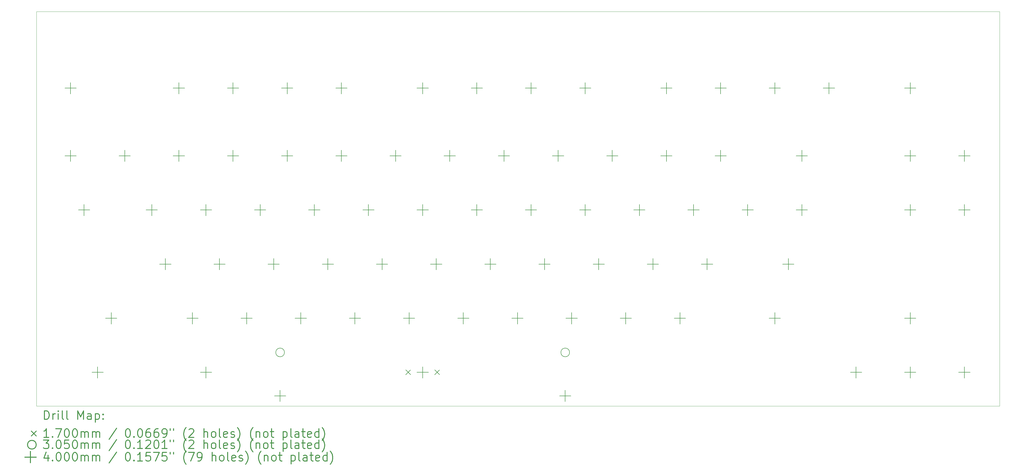
<source format=gbr>
%FSLAX45Y45*%
G04 Gerber Fmt 4.5, Leading zero omitted, Abs format (unit mm)*
G04 Created by KiCad (PCBNEW (5.1.12)-1) date 2022-05-13 18:30:53*
%MOMM*%
%LPD*%
G01*
G04 APERTURE LIST*
%TA.AperFunction,Profile*%
%ADD10C,0.100000*%
%TD*%
%ADD11C,0.200000*%
%ADD12C,0.300000*%
G04 APERTURE END LIST*
D10*
X35433000Y-635000D02*
X35433000Y-14478000D01*
X1651000Y-635000D02*
X35433000Y-635000D01*
X1651000Y-14478000D02*
X1651000Y-635000D01*
X35433000Y-14478000D02*
X1651000Y-14478000D01*
D11*
X14607000Y-13215000D02*
X14777000Y-13385000D01*
X14777000Y-13215000D02*
X14607000Y-13385000D01*
X15623000Y-13215000D02*
X15793000Y-13385000D01*
X15793000Y-13215000D02*
X15623000Y-13385000D01*
X10352500Y-12600000D02*
G75*
G03*
X10352500Y-12600000I-152500J0D01*
G01*
X20352500Y-12600000D02*
G75*
G03*
X20352500Y-12600000I-152500J0D01*
G01*
X2850000Y-3125000D02*
X2850000Y-3525000D01*
X2650000Y-3325000D02*
X3050000Y-3325000D01*
X2850000Y-5500000D02*
X2850000Y-5900000D01*
X2650000Y-5700000D02*
X3050000Y-5700000D01*
X3325000Y-7400000D02*
X3325000Y-7800000D01*
X3125000Y-7600000D02*
X3525000Y-7600000D01*
X3800000Y-13100000D02*
X3800000Y-13500000D01*
X3600000Y-13300000D02*
X4000000Y-13300000D01*
X4275000Y-11200000D02*
X4275000Y-11600000D01*
X4075000Y-11400000D02*
X4475000Y-11400000D01*
X4750000Y-5500000D02*
X4750000Y-5900000D01*
X4550000Y-5700000D02*
X4950000Y-5700000D01*
X5700000Y-7400000D02*
X5700000Y-7800000D01*
X5500000Y-7600000D02*
X5900000Y-7600000D01*
X6175000Y-9300000D02*
X6175000Y-9700000D01*
X5975000Y-9500000D02*
X6375000Y-9500000D01*
X6650000Y-3125000D02*
X6650000Y-3525000D01*
X6450000Y-3325000D02*
X6850000Y-3325000D01*
X6650000Y-5500000D02*
X6650000Y-5900000D01*
X6450000Y-5700000D02*
X6850000Y-5700000D01*
X7125000Y-11200000D02*
X7125000Y-11600000D01*
X6925000Y-11400000D02*
X7325000Y-11400000D01*
X7600000Y-7400000D02*
X7600000Y-7800000D01*
X7400000Y-7600000D02*
X7800000Y-7600000D01*
X7600000Y-13100000D02*
X7600000Y-13500000D01*
X7400000Y-13300000D02*
X7800000Y-13300000D01*
X8075000Y-9300000D02*
X8075000Y-9700000D01*
X7875000Y-9500000D02*
X8275000Y-9500000D01*
X8550000Y-3125000D02*
X8550000Y-3525000D01*
X8350000Y-3325000D02*
X8750000Y-3325000D01*
X8550000Y-5500000D02*
X8550000Y-5900000D01*
X8350000Y-5700000D02*
X8750000Y-5700000D01*
X9025000Y-11200000D02*
X9025000Y-11600000D01*
X8825000Y-11400000D02*
X9225000Y-11400000D01*
X9500000Y-7400000D02*
X9500000Y-7800000D01*
X9300000Y-7600000D02*
X9700000Y-7600000D01*
X9975000Y-9300000D02*
X9975000Y-9700000D01*
X9775000Y-9500000D02*
X10175000Y-9500000D01*
X10200000Y-13924000D02*
X10200000Y-14324000D01*
X10000000Y-14124000D02*
X10400000Y-14124000D01*
X10450000Y-3125000D02*
X10450000Y-3525000D01*
X10250000Y-3325000D02*
X10650000Y-3325000D01*
X10450000Y-5500000D02*
X10450000Y-5900000D01*
X10250000Y-5700000D02*
X10650000Y-5700000D01*
X10925000Y-11200000D02*
X10925000Y-11600000D01*
X10725000Y-11400000D02*
X11125000Y-11400000D01*
X11400000Y-7400000D02*
X11400000Y-7800000D01*
X11200000Y-7600000D02*
X11600000Y-7600000D01*
X11875000Y-9300000D02*
X11875000Y-9700000D01*
X11675000Y-9500000D02*
X12075000Y-9500000D01*
X12350000Y-3125000D02*
X12350000Y-3525000D01*
X12150000Y-3325000D02*
X12550000Y-3325000D01*
X12350000Y-5500000D02*
X12350000Y-5900000D01*
X12150000Y-5700000D02*
X12550000Y-5700000D01*
X12825000Y-11200000D02*
X12825000Y-11600000D01*
X12625000Y-11400000D02*
X13025000Y-11400000D01*
X13300000Y-7400000D02*
X13300000Y-7800000D01*
X13100000Y-7600000D02*
X13500000Y-7600000D01*
X13775000Y-9300000D02*
X13775000Y-9700000D01*
X13575000Y-9500000D02*
X13975000Y-9500000D01*
X14250000Y-5500000D02*
X14250000Y-5900000D01*
X14050000Y-5700000D02*
X14450000Y-5700000D01*
X14725000Y-11200000D02*
X14725000Y-11600000D01*
X14525000Y-11400000D02*
X14925000Y-11400000D01*
X15200000Y-3125000D02*
X15200000Y-3525000D01*
X15000000Y-3325000D02*
X15400000Y-3325000D01*
X15200000Y-7400000D02*
X15200000Y-7800000D01*
X15000000Y-7600000D02*
X15400000Y-7600000D01*
X15200000Y-13100000D02*
X15200000Y-13500000D01*
X15000000Y-13300000D02*
X15400000Y-13300000D01*
X15675000Y-9300000D02*
X15675000Y-9700000D01*
X15475000Y-9500000D02*
X15875000Y-9500000D01*
X16150000Y-5500000D02*
X16150000Y-5900000D01*
X15950000Y-5700000D02*
X16350000Y-5700000D01*
X16625000Y-11200000D02*
X16625000Y-11600000D01*
X16425000Y-11400000D02*
X16825000Y-11400000D01*
X17100000Y-3125000D02*
X17100000Y-3525000D01*
X16900000Y-3325000D02*
X17300000Y-3325000D01*
X17100000Y-7400000D02*
X17100000Y-7800000D01*
X16900000Y-7600000D02*
X17300000Y-7600000D01*
X17575000Y-9300000D02*
X17575000Y-9700000D01*
X17375000Y-9500000D02*
X17775000Y-9500000D01*
X18050000Y-5500000D02*
X18050000Y-5900000D01*
X17850000Y-5700000D02*
X18250000Y-5700000D01*
X18525000Y-11200000D02*
X18525000Y-11600000D01*
X18325000Y-11400000D02*
X18725000Y-11400000D01*
X19000000Y-3125000D02*
X19000000Y-3525000D01*
X18800000Y-3325000D02*
X19200000Y-3325000D01*
X19000000Y-7400000D02*
X19000000Y-7800000D01*
X18800000Y-7600000D02*
X19200000Y-7600000D01*
X19475000Y-9300000D02*
X19475000Y-9700000D01*
X19275000Y-9500000D02*
X19675000Y-9500000D01*
X19950000Y-5500000D02*
X19950000Y-5900000D01*
X19750000Y-5700000D02*
X20150000Y-5700000D01*
X20200000Y-13924000D02*
X20200000Y-14324000D01*
X20000000Y-14124000D02*
X20400000Y-14124000D01*
X20425000Y-11200000D02*
X20425000Y-11600000D01*
X20225000Y-11400000D02*
X20625000Y-11400000D01*
X20900000Y-3125000D02*
X20900000Y-3525000D01*
X20700000Y-3325000D02*
X21100000Y-3325000D01*
X20900000Y-7400000D02*
X20900000Y-7800000D01*
X20700000Y-7600000D02*
X21100000Y-7600000D01*
X21375000Y-9300000D02*
X21375000Y-9700000D01*
X21175000Y-9500000D02*
X21575000Y-9500000D01*
X21850000Y-5500000D02*
X21850000Y-5900000D01*
X21650000Y-5700000D02*
X22050000Y-5700000D01*
X22325000Y-11200000D02*
X22325000Y-11600000D01*
X22125000Y-11400000D02*
X22525000Y-11400000D01*
X22800000Y-7400000D02*
X22800000Y-7800000D01*
X22600000Y-7600000D02*
X23000000Y-7600000D01*
X23275000Y-9300000D02*
X23275000Y-9700000D01*
X23075000Y-9500000D02*
X23475000Y-9500000D01*
X23750000Y-3125000D02*
X23750000Y-3525000D01*
X23550000Y-3325000D02*
X23950000Y-3325000D01*
X23750000Y-5500000D02*
X23750000Y-5900000D01*
X23550000Y-5700000D02*
X23950000Y-5700000D01*
X24225000Y-11200000D02*
X24225000Y-11600000D01*
X24025000Y-11400000D02*
X24425000Y-11400000D01*
X24700000Y-7400000D02*
X24700000Y-7800000D01*
X24500000Y-7600000D02*
X24900000Y-7600000D01*
X25175000Y-9300000D02*
X25175000Y-9700000D01*
X24975000Y-9500000D02*
X25375000Y-9500000D01*
X25650000Y-3125000D02*
X25650000Y-3525000D01*
X25450000Y-3325000D02*
X25850000Y-3325000D01*
X25650000Y-5500000D02*
X25650000Y-5900000D01*
X25450000Y-5700000D02*
X25850000Y-5700000D01*
X26600000Y-7400000D02*
X26600000Y-7800000D01*
X26400000Y-7600000D02*
X26800000Y-7600000D01*
X27550000Y-3125000D02*
X27550000Y-3525000D01*
X27350000Y-3325000D02*
X27750000Y-3325000D01*
X27550000Y-11200000D02*
X27550000Y-11600000D01*
X27350000Y-11400000D02*
X27750000Y-11400000D01*
X28025000Y-9300000D02*
X28025000Y-9700000D01*
X27825000Y-9500000D02*
X28225000Y-9500000D01*
X28500000Y-5500000D02*
X28500000Y-5900000D01*
X28300000Y-5700000D02*
X28700000Y-5700000D01*
X28500000Y-7400000D02*
X28500000Y-7800000D01*
X28300000Y-7600000D02*
X28700000Y-7600000D01*
X29450000Y-3125000D02*
X29450000Y-3525000D01*
X29250000Y-3325000D02*
X29650000Y-3325000D01*
X30400000Y-13100000D02*
X30400000Y-13500000D01*
X30200000Y-13300000D02*
X30600000Y-13300000D01*
X32300000Y-3125000D02*
X32300000Y-3525000D01*
X32100000Y-3325000D02*
X32500000Y-3325000D01*
X32300000Y-5500000D02*
X32300000Y-5900000D01*
X32100000Y-5700000D02*
X32500000Y-5700000D01*
X32300000Y-7400000D02*
X32300000Y-7800000D01*
X32100000Y-7600000D02*
X32500000Y-7600000D01*
X32300000Y-11200000D02*
X32300000Y-11600000D01*
X32100000Y-11400000D02*
X32500000Y-11400000D01*
X32300000Y-13100000D02*
X32300000Y-13500000D01*
X32100000Y-13300000D02*
X32500000Y-13300000D01*
X34200000Y-5500000D02*
X34200000Y-5900000D01*
X34000000Y-5700000D02*
X34400000Y-5700000D01*
X34200000Y-7400000D02*
X34200000Y-7800000D01*
X34000000Y-7600000D02*
X34400000Y-7600000D01*
X34200000Y-13100000D02*
X34200000Y-13500000D01*
X34000000Y-13300000D02*
X34400000Y-13300000D01*
D12*
X1932428Y-14948714D02*
X1932428Y-14648714D01*
X2003857Y-14648714D01*
X2046714Y-14663000D01*
X2075286Y-14691571D01*
X2089571Y-14720143D01*
X2103857Y-14777286D01*
X2103857Y-14820143D01*
X2089571Y-14877286D01*
X2075286Y-14905857D01*
X2046714Y-14934429D01*
X2003857Y-14948714D01*
X1932428Y-14948714D01*
X2232428Y-14948714D02*
X2232428Y-14748714D01*
X2232428Y-14805857D02*
X2246714Y-14777286D01*
X2261000Y-14763000D01*
X2289571Y-14748714D01*
X2318143Y-14748714D01*
X2418143Y-14948714D02*
X2418143Y-14748714D01*
X2418143Y-14648714D02*
X2403857Y-14663000D01*
X2418143Y-14677286D01*
X2432428Y-14663000D01*
X2418143Y-14648714D01*
X2418143Y-14677286D01*
X2603857Y-14948714D02*
X2575286Y-14934429D01*
X2561000Y-14905857D01*
X2561000Y-14648714D01*
X2761000Y-14948714D02*
X2732428Y-14934429D01*
X2718143Y-14905857D01*
X2718143Y-14648714D01*
X3103857Y-14948714D02*
X3103857Y-14648714D01*
X3203857Y-14863000D01*
X3303857Y-14648714D01*
X3303857Y-14948714D01*
X3575286Y-14948714D02*
X3575286Y-14791571D01*
X3561000Y-14763000D01*
X3532428Y-14748714D01*
X3475286Y-14748714D01*
X3446714Y-14763000D01*
X3575286Y-14934429D02*
X3546714Y-14948714D01*
X3475286Y-14948714D01*
X3446714Y-14934429D01*
X3432428Y-14905857D01*
X3432428Y-14877286D01*
X3446714Y-14848714D01*
X3475286Y-14834429D01*
X3546714Y-14834429D01*
X3575286Y-14820143D01*
X3718143Y-14748714D02*
X3718143Y-15048714D01*
X3718143Y-14763000D02*
X3746714Y-14748714D01*
X3803857Y-14748714D01*
X3832428Y-14763000D01*
X3846714Y-14777286D01*
X3861000Y-14805857D01*
X3861000Y-14891571D01*
X3846714Y-14920143D01*
X3832428Y-14934429D01*
X3803857Y-14948714D01*
X3746714Y-14948714D01*
X3718143Y-14934429D01*
X3989571Y-14920143D02*
X4003857Y-14934429D01*
X3989571Y-14948714D01*
X3975286Y-14934429D01*
X3989571Y-14920143D01*
X3989571Y-14948714D01*
X3989571Y-14763000D02*
X4003857Y-14777286D01*
X3989571Y-14791571D01*
X3975286Y-14777286D01*
X3989571Y-14763000D01*
X3989571Y-14791571D01*
X1476000Y-15358000D02*
X1646000Y-15528000D01*
X1646000Y-15358000D02*
X1476000Y-15528000D01*
X2089571Y-15578714D02*
X1918143Y-15578714D01*
X2003857Y-15578714D02*
X2003857Y-15278714D01*
X1975286Y-15321571D01*
X1946714Y-15350143D01*
X1918143Y-15364429D01*
X2218143Y-15550143D02*
X2232428Y-15564429D01*
X2218143Y-15578714D01*
X2203857Y-15564429D01*
X2218143Y-15550143D01*
X2218143Y-15578714D01*
X2332428Y-15278714D02*
X2532428Y-15278714D01*
X2403857Y-15578714D01*
X2703857Y-15278714D02*
X2732428Y-15278714D01*
X2761000Y-15293000D01*
X2775286Y-15307286D01*
X2789571Y-15335857D01*
X2803857Y-15393000D01*
X2803857Y-15464429D01*
X2789571Y-15521571D01*
X2775286Y-15550143D01*
X2761000Y-15564429D01*
X2732428Y-15578714D01*
X2703857Y-15578714D01*
X2675286Y-15564429D01*
X2661000Y-15550143D01*
X2646714Y-15521571D01*
X2632428Y-15464429D01*
X2632428Y-15393000D01*
X2646714Y-15335857D01*
X2661000Y-15307286D01*
X2675286Y-15293000D01*
X2703857Y-15278714D01*
X2989571Y-15278714D02*
X3018143Y-15278714D01*
X3046714Y-15293000D01*
X3061000Y-15307286D01*
X3075286Y-15335857D01*
X3089571Y-15393000D01*
X3089571Y-15464429D01*
X3075286Y-15521571D01*
X3061000Y-15550143D01*
X3046714Y-15564429D01*
X3018143Y-15578714D01*
X2989571Y-15578714D01*
X2961000Y-15564429D01*
X2946714Y-15550143D01*
X2932428Y-15521571D01*
X2918143Y-15464429D01*
X2918143Y-15393000D01*
X2932428Y-15335857D01*
X2946714Y-15307286D01*
X2961000Y-15293000D01*
X2989571Y-15278714D01*
X3218143Y-15578714D02*
X3218143Y-15378714D01*
X3218143Y-15407286D02*
X3232428Y-15393000D01*
X3261000Y-15378714D01*
X3303857Y-15378714D01*
X3332428Y-15393000D01*
X3346714Y-15421571D01*
X3346714Y-15578714D01*
X3346714Y-15421571D02*
X3361000Y-15393000D01*
X3389571Y-15378714D01*
X3432428Y-15378714D01*
X3461000Y-15393000D01*
X3475286Y-15421571D01*
X3475286Y-15578714D01*
X3618143Y-15578714D02*
X3618143Y-15378714D01*
X3618143Y-15407286D02*
X3632428Y-15393000D01*
X3661000Y-15378714D01*
X3703857Y-15378714D01*
X3732428Y-15393000D01*
X3746714Y-15421571D01*
X3746714Y-15578714D01*
X3746714Y-15421571D02*
X3761000Y-15393000D01*
X3789571Y-15378714D01*
X3832428Y-15378714D01*
X3861000Y-15393000D01*
X3875286Y-15421571D01*
X3875286Y-15578714D01*
X4461000Y-15264429D02*
X4203857Y-15650143D01*
X4846714Y-15278714D02*
X4875286Y-15278714D01*
X4903857Y-15293000D01*
X4918143Y-15307286D01*
X4932428Y-15335857D01*
X4946714Y-15393000D01*
X4946714Y-15464429D01*
X4932428Y-15521571D01*
X4918143Y-15550143D01*
X4903857Y-15564429D01*
X4875286Y-15578714D01*
X4846714Y-15578714D01*
X4818143Y-15564429D01*
X4803857Y-15550143D01*
X4789571Y-15521571D01*
X4775286Y-15464429D01*
X4775286Y-15393000D01*
X4789571Y-15335857D01*
X4803857Y-15307286D01*
X4818143Y-15293000D01*
X4846714Y-15278714D01*
X5075286Y-15550143D02*
X5089571Y-15564429D01*
X5075286Y-15578714D01*
X5061000Y-15564429D01*
X5075286Y-15550143D01*
X5075286Y-15578714D01*
X5275286Y-15278714D02*
X5303857Y-15278714D01*
X5332428Y-15293000D01*
X5346714Y-15307286D01*
X5361000Y-15335857D01*
X5375286Y-15393000D01*
X5375286Y-15464429D01*
X5361000Y-15521571D01*
X5346714Y-15550143D01*
X5332428Y-15564429D01*
X5303857Y-15578714D01*
X5275286Y-15578714D01*
X5246714Y-15564429D01*
X5232428Y-15550143D01*
X5218143Y-15521571D01*
X5203857Y-15464429D01*
X5203857Y-15393000D01*
X5218143Y-15335857D01*
X5232428Y-15307286D01*
X5246714Y-15293000D01*
X5275286Y-15278714D01*
X5632428Y-15278714D02*
X5575286Y-15278714D01*
X5546714Y-15293000D01*
X5532428Y-15307286D01*
X5503857Y-15350143D01*
X5489571Y-15407286D01*
X5489571Y-15521571D01*
X5503857Y-15550143D01*
X5518143Y-15564429D01*
X5546714Y-15578714D01*
X5603857Y-15578714D01*
X5632428Y-15564429D01*
X5646714Y-15550143D01*
X5661000Y-15521571D01*
X5661000Y-15450143D01*
X5646714Y-15421571D01*
X5632428Y-15407286D01*
X5603857Y-15393000D01*
X5546714Y-15393000D01*
X5518143Y-15407286D01*
X5503857Y-15421571D01*
X5489571Y-15450143D01*
X5918143Y-15278714D02*
X5861000Y-15278714D01*
X5832428Y-15293000D01*
X5818143Y-15307286D01*
X5789571Y-15350143D01*
X5775286Y-15407286D01*
X5775286Y-15521571D01*
X5789571Y-15550143D01*
X5803857Y-15564429D01*
X5832428Y-15578714D01*
X5889571Y-15578714D01*
X5918143Y-15564429D01*
X5932428Y-15550143D01*
X5946714Y-15521571D01*
X5946714Y-15450143D01*
X5932428Y-15421571D01*
X5918143Y-15407286D01*
X5889571Y-15393000D01*
X5832428Y-15393000D01*
X5803857Y-15407286D01*
X5789571Y-15421571D01*
X5775286Y-15450143D01*
X6089571Y-15578714D02*
X6146714Y-15578714D01*
X6175286Y-15564429D01*
X6189571Y-15550143D01*
X6218143Y-15507286D01*
X6232428Y-15450143D01*
X6232428Y-15335857D01*
X6218143Y-15307286D01*
X6203857Y-15293000D01*
X6175286Y-15278714D01*
X6118143Y-15278714D01*
X6089571Y-15293000D01*
X6075286Y-15307286D01*
X6061000Y-15335857D01*
X6061000Y-15407286D01*
X6075286Y-15435857D01*
X6089571Y-15450143D01*
X6118143Y-15464429D01*
X6175286Y-15464429D01*
X6203857Y-15450143D01*
X6218143Y-15435857D01*
X6232428Y-15407286D01*
X6346714Y-15278714D02*
X6346714Y-15335857D01*
X6461000Y-15278714D02*
X6461000Y-15335857D01*
X6903857Y-15693000D02*
X6889571Y-15678714D01*
X6861000Y-15635857D01*
X6846714Y-15607286D01*
X6832428Y-15564429D01*
X6818143Y-15493000D01*
X6818143Y-15435857D01*
X6832428Y-15364429D01*
X6846714Y-15321571D01*
X6861000Y-15293000D01*
X6889571Y-15250143D01*
X6903857Y-15235857D01*
X7003857Y-15307286D02*
X7018143Y-15293000D01*
X7046714Y-15278714D01*
X7118143Y-15278714D01*
X7146714Y-15293000D01*
X7161000Y-15307286D01*
X7175286Y-15335857D01*
X7175286Y-15364429D01*
X7161000Y-15407286D01*
X6989571Y-15578714D01*
X7175286Y-15578714D01*
X7532428Y-15578714D02*
X7532428Y-15278714D01*
X7661000Y-15578714D02*
X7661000Y-15421571D01*
X7646714Y-15393000D01*
X7618143Y-15378714D01*
X7575286Y-15378714D01*
X7546714Y-15393000D01*
X7532428Y-15407286D01*
X7846714Y-15578714D02*
X7818143Y-15564429D01*
X7803857Y-15550143D01*
X7789571Y-15521571D01*
X7789571Y-15435857D01*
X7803857Y-15407286D01*
X7818143Y-15393000D01*
X7846714Y-15378714D01*
X7889571Y-15378714D01*
X7918143Y-15393000D01*
X7932428Y-15407286D01*
X7946714Y-15435857D01*
X7946714Y-15521571D01*
X7932428Y-15550143D01*
X7918143Y-15564429D01*
X7889571Y-15578714D01*
X7846714Y-15578714D01*
X8118143Y-15578714D02*
X8089571Y-15564429D01*
X8075286Y-15535857D01*
X8075286Y-15278714D01*
X8346714Y-15564429D02*
X8318143Y-15578714D01*
X8261000Y-15578714D01*
X8232428Y-15564429D01*
X8218143Y-15535857D01*
X8218143Y-15421571D01*
X8232428Y-15393000D01*
X8261000Y-15378714D01*
X8318143Y-15378714D01*
X8346714Y-15393000D01*
X8361000Y-15421571D01*
X8361000Y-15450143D01*
X8218143Y-15478714D01*
X8475286Y-15564429D02*
X8503857Y-15578714D01*
X8561000Y-15578714D01*
X8589571Y-15564429D01*
X8603857Y-15535857D01*
X8603857Y-15521571D01*
X8589571Y-15493000D01*
X8561000Y-15478714D01*
X8518143Y-15478714D01*
X8489571Y-15464429D01*
X8475286Y-15435857D01*
X8475286Y-15421571D01*
X8489571Y-15393000D01*
X8518143Y-15378714D01*
X8561000Y-15378714D01*
X8589571Y-15393000D01*
X8703857Y-15693000D02*
X8718143Y-15678714D01*
X8746714Y-15635857D01*
X8761000Y-15607286D01*
X8775286Y-15564429D01*
X8789571Y-15493000D01*
X8789571Y-15435857D01*
X8775286Y-15364429D01*
X8761000Y-15321571D01*
X8746714Y-15293000D01*
X8718143Y-15250143D01*
X8703857Y-15235857D01*
X9246714Y-15693000D02*
X9232428Y-15678714D01*
X9203857Y-15635857D01*
X9189571Y-15607286D01*
X9175286Y-15564429D01*
X9161000Y-15493000D01*
X9161000Y-15435857D01*
X9175286Y-15364429D01*
X9189571Y-15321571D01*
X9203857Y-15293000D01*
X9232428Y-15250143D01*
X9246714Y-15235857D01*
X9361000Y-15378714D02*
X9361000Y-15578714D01*
X9361000Y-15407286D02*
X9375286Y-15393000D01*
X9403857Y-15378714D01*
X9446714Y-15378714D01*
X9475286Y-15393000D01*
X9489571Y-15421571D01*
X9489571Y-15578714D01*
X9675286Y-15578714D02*
X9646714Y-15564429D01*
X9632428Y-15550143D01*
X9618143Y-15521571D01*
X9618143Y-15435857D01*
X9632428Y-15407286D01*
X9646714Y-15393000D01*
X9675286Y-15378714D01*
X9718143Y-15378714D01*
X9746714Y-15393000D01*
X9761000Y-15407286D01*
X9775286Y-15435857D01*
X9775286Y-15521571D01*
X9761000Y-15550143D01*
X9746714Y-15564429D01*
X9718143Y-15578714D01*
X9675286Y-15578714D01*
X9861000Y-15378714D02*
X9975286Y-15378714D01*
X9903857Y-15278714D02*
X9903857Y-15535857D01*
X9918143Y-15564429D01*
X9946714Y-15578714D01*
X9975286Y-15578714D01*
X10303857Y-15378714D02*
X10303857Y-15678714D01*
X10303857Y-15393000D02*
X10332428Y-15378714D01*
X10389571Y-15378714D01*
X10418143Y-15393000D01*
X10432428Y-15407286D01*
X10446714Y-15435857D01*
X10446714Y-15521571D01*
X10432428Y-15550143D01*
X10418143Y-15564429D01*
X10389571Y-15578714D01*
X10332428Y-15578714D01*
X10303857Y-15564429D01*
X10618143Y-15578714D02*
X10589571Y-15564429D01*
X10575286Y-15535857D01*
X10575286Y-15278714D01*
X10861000Y-15578714D02*
X10861000Y-15421571D01*
X10846714Y-15393000D01*
X10818143Y-15378714D01*
X10761000Y-15378714D01*
X10732428Y-15393000D01*
X10861000Y-15564429D02*
X10832428Y-15578714D01*
X10761000Y-15578714D01*
X10732428Y-15564429D01*
X10718143Y-15535857D01*
X10718143Y-15507286D01*
X10732428Y-15478714D01*
X10761000Y-15464429D01*
X10832428Y-15464429D01*
X10861000Y-15450143D01*
X10961000Y-15378714D02*
X11075286Y-15378714D01*
X11003857Y-15278714D02*
X11003857Y-15535857D01*
X11018143Y-15564429D01*
X11046714Y-15578714D01*
X11075286Y-15578714D01*
X11289571Y-15564429D02*
X11261000Y-15578714D01*
X11203857Y-15578714D01*
X11175286Y-15564429D01*
X11161000Y-15535857D01*
X11161000Y-15421571D01*
X11175286Y-15393000D01*
X11203857Y-15378714D01*
X11261000Y-15378714D01*
X11289571Y-15393000D01*
X11303857Y-15421571D01*
X11303857Y-15450143D01*
X11161000Y-15478714D01*
X11561000Y-15578714D02*
X11561000Y-15278714D01*
X11561000Y-15564429D02*
X11532428Y-15578714D01*
X11475286Y-15578714D01*
X11446714Y-15564429D01*
X11432428Y-15550143D01*
X11418143Y-15521571D01*
X11418143Y-15435857D01*
X11432428Y-15407286D01*
X11446714Y-15393000D01*
X11475286Y-15378714D01*
X11532428Y-15378714D01*
X11561000Y-15393000D01*
X11675286Y-15693000D02*
X11689571Y-15678714D01*
X11718143Y-15635857D01*
X11732428Y-15607286D01*
X11746714Y-15564429D01*
X11761000Y-15493000D01*
X11761000Y-15435857D01*
X11746714Y-15364429D01*
X11732428Y-15321571D01*
X11718143Y-15293000D01*
X11689571Y-15250143D01*
X11675286Y-15235857D01*
X1646000Y-15839000D02*
G75*
G03*
X1646000Y-15839000I-152500J0D01*
G01*
X1903857Y-15674714D02*
X2089571Y-15674714D01*
X1989571Y-15789000D01*
X2032428Y-15789000D01*
X2061000Y-15803286D01*
X2075286Y-15817571D01*
X2089571Y-15846143D01*
X2089571Y-15917571D01*
X2075286Y-15946143D01*
X2061000Y-15960429D01*
X2032428Y-15974714D01*
X1946714Y-15974714D01*
X1918143Y-15960429D01*
X1903857Y-15946143D01*
X2218143Y-15946143D02*
X2232428Y-15960429D01*
X2218143Y-15974714D01*
X2203857Y-15960429D01*
X2218143Y-15946143D01*
X2218143Y-15974714D01*
X2418143Y-15674714D02*
X2446714Y-15674714D01*
X2475286Y-15689000D01*
X2489571Y-15703286D01*
X2503857Y-15731857D01*
X2518143Y-15789000D01*
X2518143Y-15860429D01*
X2503857Y-15917571D01*
X2489571Y-15946143D01*
X2475286Y-15960429D01*
X2446714Y-15974714D01*
X2418143Y-15974714D01*
X2389571Y-15960429D01*
X2375286Y-15946143D01*
X2361000Y-15917571D01*
X2346714Y-15860429D01*
X2346714Y-15789000D01*
X2361000Y-15731857D01*
X2375286Y-15703286D01*
X2389571Y-15689000D01*
X2418143Y-15674714D01*
X2789571Y-15674714D02*
X2646714Y-15674714D01*
X2632428Y-15817571D01*
X2646714Y-15803286D01*
X2675286Y-15789000D01*
X2746714Y-15789000D01*
X2775286Y-15803286D01*
X2789571Y-15817571D01*
X2803857Y-15846143D01*
X2803857Y-15917571D01*
X2789571Y-15946143D01*
X2775286Y-15960429D01*
X2746714Y-15974714D01*
X2675286Y-15974714D01*
X2646714Y-15960429D01*
X2632428Y-15946143D01*
X2989571Y-15674714D02*
X3018143Y-15674714D01*
X3046714Y-15689000D01*
X3061000Y-15703286D01*
X3075286Y-15731857D01*
X3089571Y-15789000D01*
X3089571Y-15860429D01*
X3075286Y-15917571D01*
X3061000Y-15946143D01*
X3046714Y-15960429D01*
X3018143Y-15974714D01*
X2989571Y-15974714D01*
X2961000Y-15960429D01*
X2946714Y-15946143D01*
X2932428Y-15917571D01*
X2918143Y-15860429D01*
X2918143Y-15789000D01*
X2932428Y-15731857D01*
X2946714Y-15703286D01*
X2961000Y-15689000D01*
X2989571Y-15674714D01*
X3218143Y-15974714D02*
X3218143Y-15774714D01*
X3218143Y-15803286D02*
X3232428Y-15789000D01*
X3261000Y-15774714D01*
X3303857Y-15774714D01*
X3332428Y-15789000D01*
X3346714Y-15817571D01*
X3346714Y-15974714D01*
X3346714Y-15817571D02*
X3361000Y-15789000D01*
X3389571Y-15774714D01*
X3432428Y-15774714D01*
X3461000Y-15789000D01*
X3475286Y-15817571D01*
X3475286Y-15974714D01*
X3618143Y-15974714D02*
X3618143Y-15774714D01*
X3618143Y-15803286D02*
X3632428Y-15789000D01*
X3661000Y-15774714D01*
X3703857Y-15774714D01*
X3732428Y-15789000D01*
X3746714Y-15817571D01*
X3746714Y-15974714D01*
X3746714Y-15817571D02*
X3761000Y-15789000D01*
X3789571Y-15774714D01*
X3832428Y-15774714D01*
X3861000Y-15789000D01*
X3875286Y-15817571D01*
X3875286Y-15974714D01*
X4461000Y-15660429D02*
X4203857Y-16046143D01*
X4846714Y-15674714D02*
X4875286Y-15674714D01*
X4903857Y-15689000D01*
X4918143Y-15703286D01*
X4932428Y-15731857D01*
X4946714Y-15789000D01*
X4946714Y-15860429D01*
X4932428Y-15917571D01*
X4918143Y-15946143D01*
X4903857Y-15960429D01*
X4875286Y-15974714D01*
X4846714Y-15974714D01*
X4818143Y-15960429D01*
X4803857Y-15946143D01*
X4789571Y-15917571D01*
X4775286Y-15860429D01*
X4775286Y-15789000D01*
X4789571Y-15731857D01*
X4803857Y-15703286D01*
X4818143Y-15689000D01*
X4846714Y-15674714D01*
X5075286Y-15946143D02*
X5089571Y-15960429D01*
X5075286Y-15974714D01*
X5061000Y-15960429D01*
X5075286Y-15946143D01*
X5075286Y-15974714D01*
X5375286Y-15974714D02*
X5203857Y-15974714D01*
X5289571Y-15974714D02*
X5289571Y-15674714D01*
X5261000Y-15717571D01*
X5232428Y-15746143D01*
X5203857Y-15760429D01*
X5489571Y-15703286D02*
X5503857Y-15689000D01*
X5532428Y-15674714D01*
X5603857Y-15674714D01*
X5632428Y-15689000D01*
X5646714Y-15703286D01*
X5661000Y-15731857D01*
X5661000Y-15760429D01*
X5646714Y-15803286D01*
X5475286Y-15974714D01*
X5661000Y-15974714D01*
X5846714Y-15674714D02*
X5875286Y-15674714D01*
X5903857Y-15689000D01*
X5918143Y-15703286D01*
X5932428Y-15731857D01*
X5946714Y-15789000D01*
X5946714Y-15860429D01*
X5932428Y-15917571D01*
X5918143Y-15946143D01*
X5903857Y-15960429D01*
X5875286Y-15974714D01*
X5846714Y-15974714D01*
X5818143Y-15960429D01*
X5803857Y-15946143D01*
X5789571Y-15917571D01*
X5775286Y-15860429D01*
X5775286Y-15789000D01*
X5789571Y-15731857D01*
X5803857Y-15703286D01*
X5818143Y-15689000D01*
X5846714Y-15674714D01*
X6232428Y-15974714D02*
X6061000Y-15974714D01*
X6146714Y-15974714D02*
X6146714Y-15674714D01*
X6118143Y-15717571D01*
X6089571Y-15746143D01*
X6061000Y-15760429D01*
X6346714Y-15674714D02*
X6346714Y-15731857D01*
X6461000Y-15674714D02*
X6461000Y-15731857D01*
X6903857Y-16089000D02*
X6889571Y-16074714D01*
X6861000Y-16031857D01*
X6846714Y-16003286D01*
X6832428Y-15960429D01*
X6818143Y-15889000D01*
X6818143Y-15831857D01*
X6832428Y-15760429D01*
X6846714Y-15717571D01*
X6861000Y-15689000D01*
X6889571Y-15646143D01*
X6903857Y-15631857D01*
X7003857Y-15703286D02*
X7018143Y-15689000D01*
X7046714Y-15674714D01*
X7118143Y-15674714D01*
X7146714Y-15689000D01*
X7161000Y-15703286D01*
X7175286Y-15731857D01*
X7175286Y-15760429D01*
X7161000Y-15803286D01*
X6989571Y-15974714D01*
X7175286Y-15974714D01*
X7532428Y-15974714D02*
X7532428Y-15674714D01*
X7661000Y-15974714D02*
X7661000Y-15817571D01*
X7646714Y-15789000D01*
X7618143Y-15774714D01*
X7575286Y-15774714D01*
X7546714Y-15789000D01*
X7532428Y-15803286D01*
X7846714Y-15974714D02*
X7818143Y-15960429D01*
X7803857Y-15946143D01*
X7789571Y-15917571D01*
X7789571Y-15831857D01*
X7803857Y-15803286D01*
X7818143Y-15789000D01*
X7846714Y-15774714D01*
X7889571Y-15774714D01*
X7918143Y-15789000D01*
X7932428Y-15803286D01*
X7946714Y-15831857D01*
X7946714Y-15917571D01*
X7932428Y-15946143D01*
X7918143Y-15960429D01*
X7889571Y-15974714D01*
X7846714Y-15974714D01*
X8118143Y-15974714D02*
X8089571Y-15960429D01*
X8075286Y-15931857D01*
X8075286Y-15674714D01*
X8346714Y-15960429D02*
X8318143Y-15974714D01*
X8261000Y-15974714D01*
X8232428Y-15960429D01*
X8218143Y-15931857D01*
X8218143Y-15817571D01*
X8232428Y-15789000D01*
X8261000Y-15774714D01*
X8318143Y-15774714D01*
X8346714Y-15789000D01*
X8361000Y-15817571D01*
X8361000Y-15846143D01*
X8218143Y-15874714D01*
X8475286Y-15960429D02*
X8503857Y-15974714D01*
X8561000Y-15974714D01*
X8589571Y-15960429D01*
X8603857Y-15931857D01*
X8603857Y-15917571D01*
X8589571Y-15889000D01*
X8561000Y-15874714D01*
X8518143Y-15874714D01*
X8489571Y-15860429D01*
X8475286Y-15831857D01*
X8475286Y-15817571D01*
X8489571Y-15789000D01*
X8518143Y-15774714D01*
X8561000Y-15774714D01*
X8589571Y-15789000D01*
X8703857Y-16089000D02*
X8718143Y-16074714D01*
X8746714Y-16031857D01*
X8761000Y-16003286D01*
X8775286Y-15960429D01*
X8789571Y-15889000D01*
X8789571Y-15831857D01*
X8775286Y-15760429D01*
X8761000Y-15717571D01*
X8746714Y-15689000D01*
X8718143Y-15646143D01*
X8703857Y-15631857D01*
X9246714Y-16089000D02*
X9232428Y-16074714D01*
X9203857Y-16031857D01*
X9189571Y-16003286D01*
X9175286Y-15960429D01*
X9161000Y-15889000D01*
X9161000Y-15831857D01*
X9175286Y-15760429D01*
X9189571Y-15717571D01*
X9203857Y-15689000D01*
X9232428Y-15646143D01*
X9246714Y-15631857D01*
X9361000Y-15774714D02*
X9361000Y-15974714D01*
X9361000Y-15803286D02*
X9375286Y-15789000D01*
X9403857Y-15774714D01*
X9446714Y-15774714D01*
X9475286Y-15789000D01*
X9489571Y-15817571D01*
X9489571Y-15974714D01*
X9675286Y-15974714D02*
X9646714Y-15960429D01*
X9632428Y-15946143D01*
X9618143Y-15917571D01*
X9618143Y-15831857D01*
X9632428Y-15803286D01*
X9646714Y-15789000D01*
X9675286Y-15774714D01*
X9718143Y-15774714D01*
X9746714Y-15789000D01*
X9761000Y-15803286D01*
X9775286Y-15831857D01*
X9775286Y-15917571D01*
X9761000Y-15946143D01*
X9746714Y-15960429D01*
X9718143Y-15974714D01*
X9675286Y-15974714D01*
X9861000Y-15774714D02*
X9975286Y-15774714D01*
X9903857Y-15674714D02*
X9903857Y-15931857D01*
X9918143Y-15960429D01*
X9946714Y-15974714D01*
X9975286Y-15974714D01*
X10303857Y-15774714D02*
X10303857Y-16074714D01*
X10303857Y-15789000D02*
X10332428Y-15774714D01*
X10389571Y-15774714D01*
X10418143Y-15789000D01*
X10432428Y-15803286D01*
X10446714Y-15831857D01*
X10446714Y-15917571D01*
X10432428Y-15946143D01*
X10418143Y-15960429D01*
X10389571Y-15974714D01*
X10332428Y-15974714D01*
X10303857Y-15960429D01*
X10618143Y-15974714D02*
X10589571Y-15960429D01*
X10575286Y-15931857D01*
X10575286Y-15674714D01*
X10861000Y-15974714D02*
X10861000Y-15817571D01*
X10846714Y-15789000D01*
X10818143Y-15774714D01*
X10761000Y-15774714D01*
X10732428Y-15789000D01*
X10861000Y-15960429D02*
X10832428Y-15974714D01*
X10761000Y-15974714D01*
X10732428Y-15960429D01*
X10718143Y-15931857D01*
X10718143Y-15903286D01*
X10732428Y-15874714D01*
X10761000Y-15860429D01*
X10832428Y-15860429D01*
X10861000Y-15846143D01*
X10961000Y-15774714D02*
X11075286Y-15774714D01*
X11003857Y-15674714D02*
X11003857Y-15931857D01*
X11018143Y-15960429D01*
X11046714Y-15974714D01*
X11075286Y-15974714D01*
X11289571Y-15960429D02*
X11261000Y-15974714D01*
X11203857Y-15974714D01*
X11175286Y-15960429D01*
X11161000Y-15931857D01*
X11161000Y-15817571D01*
X11175286Y-15789000D01*
X11203857Y-15774714D01*
X11261000Y-15774714D01*
X11289571Y-15789000D01*
X11303857Y-15817571D01*
X11303857Y-15846143D01*
X11161000Y-15874714D01*
X11561000Y-15974714D02*
X11561000Y-15674714D01*
X11561000Y-15960429D02*
X11532428Y-15974714D01*
X11475286Y-15974714D01*
X11446714Y-15960429D01*
X11432428Y-15946143D01*
X11418143Y-15917571D01*
X11418143Y-15831857D01*
X11432428Y-15803286D01*
X11446714Y-15789000D01*
X11475286Y-15774714D01*
X11532428Y-15774714D01*
X11561000Y-15789000D01*
X11675286Y-16089000D02*
X11689571Y-16074714D01*
X11718143Y-16031857D01*
X11732428Y-16003286D01*
X11746714Y-15960429D01*
X11761000Y-15889000D01*
X11761000Y-15831857D01*
X11746714Y-15760429D01*
X11732428Y-15717571D01*
X11718143Y-15689000D01*
X11689571Y-15646143D01*
X11675286Y-15631857D01*
X1446000Y-16074000D02*
X1446000Y-16474000D01*
X1246000Y-16274000D02*
X1646000Y-16274000D01*
X2061000Y-16209714D02*
X2061000Y-16409714D01*
X1989571Y-16095429D02*
X1918143Y-16309714D01*
X2103857Y-16309714D01*
X2218143Y-16381143D02*
X2232428Y-16395429D01*
X2218143Y-16409714D01*
X2203857Y-16395429D01*
X2218143Y-16381143D01*
X2218143Y-16409714D01*
X2418143Y-16109714D02*
X2446714Y-16109714D01*
X2475286Y-16124000D01*
X2489571Y-16138286D01*
X2503857Y-16166857D01*
X2518143Y-16224000D01*
X2518143Y-16295429D01*
X2503857Y-16352571D01*
X2489571Y-16381143D01*
X2475286Y-16395429D01*
X2446714Y-16409714D01*
X2418143Y-16409714D01*
X2389571Y-16395429D01*
X2375286Y-16381143D01*
X2361000Y-16352571D01*
X2346714Y-16295429D01*
X2346714Y-16224000D01*
X2361000Y-16166857D01*
X2375286Y-16138286D01*
X2389571Y-16124000D01*
X2418143Y-16109714D01*
X2703857Y-16109714D02*
X2732428Y-16109714D01*
X2761000Y-16124000D01*
X2775286Y-16138286D01*
X2789571Y-16166857D01*
X2803857Y-16224000D01*
X2803857Y-16295429D01*
X2789571Y-16352571D01*
X2775286Y-16381143D01*
X2761000Y-16395429D01*
X2732428Y-16409714D01*
X2703857Y-16409714D01*
X2675286Y-16395429D01*
X2661000Y-16381143D01*
X2646714Y-16352571D01*
X2632428Y-16295429D01*
X2632428Y-16224000D01*
X2646714Y-16166857D01*
X2661000Y-16138286D01*
X2675286Y-16124000D01*
X2703857Y-16109714D01*
X2989571Y-16109714D02*
X3018143Y-16109714D01*
X3046714Y-16124000D01*
X3061000Y-16138286D01*
X3075286Y-16166857D01*
X3089571Y-16224000D01*
X3089571Y-16295429D01*
X3075286Y-16352571D01*
X3061000Y-16381143D01*
X3046714Y-16395429D01*
X3018143Y-16409714D01*
X2989571Y-16409714D01*
X2961000Y-16395429D01*
X2946714Y-16381143D01*
X2932428Y-16352571D01*
X2918143Y-16295429D01*
X2918143Y-16224000D01*
X2932428Y-16166857D01*
X2946714Y-16138286D01*
X2961000Y-16124000D01*
X2989571Y-16109714D01*
X3218143Y-16409714D02*
X3218143Y-16209714D01*
X3218143Y-16238286D02*
X3232428Y-16224000D01*
X3261000Y-16209714D01*
X3303857Y-16209714D01*
X3332428Y-16224000D01*
X3346714Y-16252571D01*
X3346714Y-16409714D01*
X3346714Y-16252571D02*
X3361000Y-16224000D01*
X3389571Y-16209714D01*
X3432428Y-16209714D01*
X3461000Y-16224000D01*
X3475286Y-16252571D01*
X3475286Y-16409714D01*
X3618143Y-16409714D02*
X3618143Y-16209714D01*
X3618143Y-16238286D02*
X3632428Y-16224000D01*
X3661000Y-16209714D01*
X3703857Y-16209714D01*
X3732428Y-16224000D01*
X3746714Y-16252571D01*
X3746714Y-16409714D01*
X3746714Y-16252571D02*
X3761000Y-16224000D01*
X3789571Y-16209714D01*
X3832428Y-16209714D01*
X3861000Y-16224000D01*
X3875286Y-16252571D01*
X3875286Y-16409714D01*
X4461000Y-16095429D02*
X4203857Y-16481143D01*
X4846714Y-16109714D02*
X4875286Y-16109714D01*
X4903857Y-16124000D01*
X4918143Y-16138286D01*
X4932428Y-16166857D01*
X4946714Y-16224000D01*
X4946714Y-16295429D01*
X4932428Y-16352571D01*
X4918143Y-16381143D01*
X4903857Y-16395429D01*
X4875286Y-16409714D01*
X4846714Y-16409714D01*
X4818143Y-16395429D01*
X4803857Y-16381143D01*
X4789571Y-16352571D01*
X4775286Y-16295429D01*
X4775286Y-16224000D01*
X4789571Y-16166857D01*
X4803857Y-16138286D01*
X4818143Y-16124000D01*
X4846714Y-16109714D01*
X5075286Y-16381143D02*
X5089571Y-16395429D01*
X5075286Y-16409714D01*
X5061000Y-16395429D01*
X5075286Y-16381143D01*
X5075286Y-16409714D01*
X5375286Y-16409714D02*
X5203857Y-16409714D01*
X5289571Y-16409714D02*
X5289571Y-16109714D01*
X5261000Y-16152571D01*
X5232428Y-16181143D01*
X5203857Y-16195429D01*
X5646714Y-16109714D02*
X5503857Y-16109714D01*
X5489571Y-16252571D01*
X5503857Y-16238286D01*
X5532428Y-16224000D01*
X5603857Y-16224000D01*
X5632428Y-16238286D01*
X5646714Y-16252571D01*
X5661000Y-16281143D01*
X5661000Y-16352571D01*
X5646714Y-16381143D01*
X5632428Y-16395429D01*
X5603857Y-16409714D01*
X5532428Y-16409714D01*
X5503857Y-16395429D01*
X5489571Y-16381143D01*
X5761000Y-16109714D02*
X5961000Y-16109714D01*
X5832428Y-16409714D01*
X6218143Y-16109714D02*
X6075286Y-16109714D01*
X6061000Y-16252571D01*
X6075286Y-16238286D01*
X6103857Y-16224000D01*
X6175286Y-16224000D01*
X6203857Y-16238286D01*
X6218143Y-16252571D01*
X6232428Y-16281143D01*
X6232428Y-16352571D01*
X6218143Y-16381143D01*
X6203857Y-16395429D01*
X6175286Y-16409714D01*
X6103857Y-16409714D01*
X6075286Y-16395429D01*
X6061000Y-16381143D01*
X6346714Y-16109714D02*
X6346714Y-16166857D01*
X6461000Y-16109714D02*
X6461000Y-16166857D01*
X6903857Y-16524000D02*
X6889571Y-16509714D01*
X6861000Y-16466857D01*
X6846714Y-16438286D01*
X6832428Y-16395429D01*
X6818143Y-16324000D01*
X6818143Y-16266857D01*
X6832428Y-16195429D01*
X6846714Y-16152571D01*
X6861000Y-16124000D01*
X6889571Y-16081143D01*
X6903857Y-16066857D01*
X6989571Y-16109714D02*
X7189571Y-16109714D01*
X7061000Y-16409714D01*
X7318143Y-16409714D02*
X7375286Y-16409714D01*
X7403857Y-16395429D01*
X7418143Y-16381143D01*
X7446714Y-16338286D01*
X7461000Y-16281143D01*
X7461000Y-16166857D01*
X7446714Y-16138286D01*
X7432428Y-16124000D01*
X7403857Y-16109714D01*
X7346714Y-16109714D01*
X7318143Y-16124000D01*
X7303857Y-16138286D01*
X7289571Y-16166857D01*
X7289571Y-16238286D01*
X7303857Y-16266857D01*
X7318143Y-16281143D01*
X7346714Y-16295429D01*
X7403857Y-16295429D01*
X7432428Y-16281143D01*
X7446714Y-16266857D01*
X7461000Y-16238286D01*
X7818143Y-16409714D02*
X7818143Y-16109714D01*
X7946714Y-16409714D02*
X7946714Y-16252571D01*
X7932428Y-16224000D01*
X7903857Y-16209714D01*
X7861000Y-16209714D01*
X7832428Y-16224000D01*
X7818143Y-16238286D01*
X8132428Y-16409714D02*
X8103857Y-16395429D01*
X8089571Y-16381143D01*
X8075286Y-16352571D01*
X8075286Y-16266857D01*
X8089571Y-16238286D01*
X8103857Y-16224000D01*
X8132428Y-16209714D01*
X8175286Y-16209714D01*
X8203857Y-16224000D01*
X8218143Y-16238286D01*
X8232428Y-16266857D01*
X8232428Y-16352571D01*
X8218143Y-16381143D01*
X8203857Y-16395429D01*
X8175286Y-16409714D01*
X8132428Y-16409714D01*
X8403857Y-16409714D02*
X8375286Y-16395429D01*
X8361000Y-16366857D01*
X8361000Y-16109714D01*
X8632428Y-16395429D02*
X8603857Y-16409714D01*
X8546714Y-16409714D01*
X8518143Y-16395429D01*
X8503857Y-16366857D01*
X8503857Y-16252571D01*
X8518143Y-16224000D01*
X8546714Y-16209714D01*
X8603857Y-16209714D01*
X8632428Y-16224000D01*
X8646714Y-16252571D01*
X8646714Y-16281143D01*
X8503857Y-16309714D01*
X8761000Y-16395429D02*
X8789571Y-16409714D01*
X8846714Y-16409714D01*
X8875286Y-16395429D01*
X8889571Y-16366857D01*
X8889571Y-16352571D01*
X8875286Y-16324000D01*
X8846714Y-16309714D01*
X8803857Y-16309714D01*
X8775286Y-16295429D01*
X8761000Y-16266857D01*
X8761000Y-16252571D01*
X8775286Y-16224000D01*
X8803857Y-16209714D01*
X8846714Y-16209714D01*
X8875286Y-16224000D01*
X8989571Y-16524000D02*
X9003857Y-16509714D01*
X9032428Y-16466857D01*
X9046714Y-16438286D01*
X9061000Y-16395429D01*
X9075286Y-16324000D01*
X9075286Y-16266857D01*
X9061000Y-16195429D01*
X9046714Y-16152571D01*
X9032428Y-16124000D01*
X9003857Y-16081143D01*
X8989571Y-16066857D01*
X9532428Y-16524000D02*
X9518143Y-16509714D01*
X9489571Y-16466857D01*
X9475286Y-16438286D01*
X9461000Y-16395429D01*
X9446714Y-16324000D01*
X9446714Y-16266857D01*
X9461000Y-16195429D01*
X9475286Y-16152571D01*
X9489571Y-16124000D01*
X9518143Y-16081143D01*
X9532428Y-16066857D01*
X9646714Y-16209714D02*
X9646714Y-16409714D01*
X9646714Y-16238286D02*
X9661000Y-16224000D01*
X9689571Y-16209714D01*
X9732428Y-16209714D01*
X9761000Y-16224000D01*
X9775286Y-16252571D01*
X9775286Y-16409714D01*
X9961000Y-16409714D02*
X9932428Y-16395429D01*
X9918143Y-16381143D01*
X9903857Y-16352571D01*
X9903857Y-16266857D01*
X9918143Y-16238286D01*
X9932428Y-16224000D01*
X9961000Y-16209714D01*
X10003857Y-16209714D01*
X10032428Y-16224000D01*
X10046714Y-16238286D01*
X10061000Y-16266857D01*
X10061000Y-16352571D01*
X10046714Y-16381143D01*
X10032428Y-16395429D01*
X10003857Y-16409714D01*
X9961000Y-16409714D01*
X10146714Y-16209714D02*
X10261000Y-16209714D01*
X10189571Y-16109714D02*
X10189571Y-16366857D01*
X10203857Y-16395429D01*
X10232428Y-16409714D01*
X10261000Y-16409714D01*
X10589571Y-16209714D02*
X10589571Y-16509714D01*
X10589571Y-16224000D02*
X10618143Y-16209714D01*
X10675286Y-16209714D01*
X10703857Y-16224000D01*
X10718143Y-16238286D01*
X10732428Y-16266857D01*
X10732428Y-16352571D01*
X10718143Y-16381143D01*
X10703857Y-16395429D01*
X10675286Y-16409714D01*
X10618143Y-16409714D01*
X10589571Y-16395429D01*
X10903857Y-16409714D02*
X10875286Y-16395429D01*
X10861000Y-16366857D01*
X10861000Y-16109714D01*
X11146714Y-16409714D02*
X11146714Y-16252571D01*
X11132428Y-16224000D01*
X11103857Y-16209714D01*
X11046714Y-16209714D01*
X11018143Y-16224000D01*
X11146714Y-16395429D02*
X11118143Y-16409714D01*
X11046714Y-16409714D01*
X11018143Y-16395429D01*
X11003857Y-16366857D01*
X11003857Y-16338286D01*
X11018143Y-16309714D01*
X11046714Y-16295429D01*
X11118143Y-16295429D01*
X11146714Y-16281143D01*
X11246714Y-16209714D02*
X11361000Y-16209714D01*
X11289571Y-16109714D02*
X11289571Y-16366857D01*
X11303857Y-16395429D01*
X11332428Y-16409714D01*
X11361000Y-16409714D01*
X11575286Y-16395429D02*
X11546714Y-16409714D01*
X11489571Y-16409714D01*
X11461000Y-16395429D01*
X11446714Y-16366857D01*
X11446714Y-16252571D01*
X11461000Y-16224000D01*
X11489571Y-16209714D01*
X11546714Y-16209714D01*
X11575286Y-16224000D01*
X11589571Y-16252571D01*
X11589571Y-16281143D01*
X11446714Y-16309714D01*
X11846714Y-16409714D02*
X11846714Y-16109714D01*
X11846714Y-16395429D02*
X11818143Y-16409714D01*
X11761000Y-16409714D01*
X11732428Y-16395429D01*
X11718143Y-16381143D01*
X11703857Y-16352571D01*
X11703857Y-16266857D01*
X11718143Y-16238286D01*
X11732428Y-16224000D01*
X11761000Y-16209714D01*
X11818143Y-16209714D01*
X11846714Y-16224000D01*
X11961000Y-16524000D02*
X11975286Y-16509714D01*
X12003857Y-16466857D01*
X12018143Y-16438286D01*
X12032428Y-16395429D01*
X12046714Y-16324000D01*
X12046714Y-16266857D01*
X12032428Y-16195429D01*
X12018143Y-16152571D01*
X12003857Y-16124000D01*
X11975286Y-16081143D01*
X11961000Y-16066857D01*
M02*

</source>
